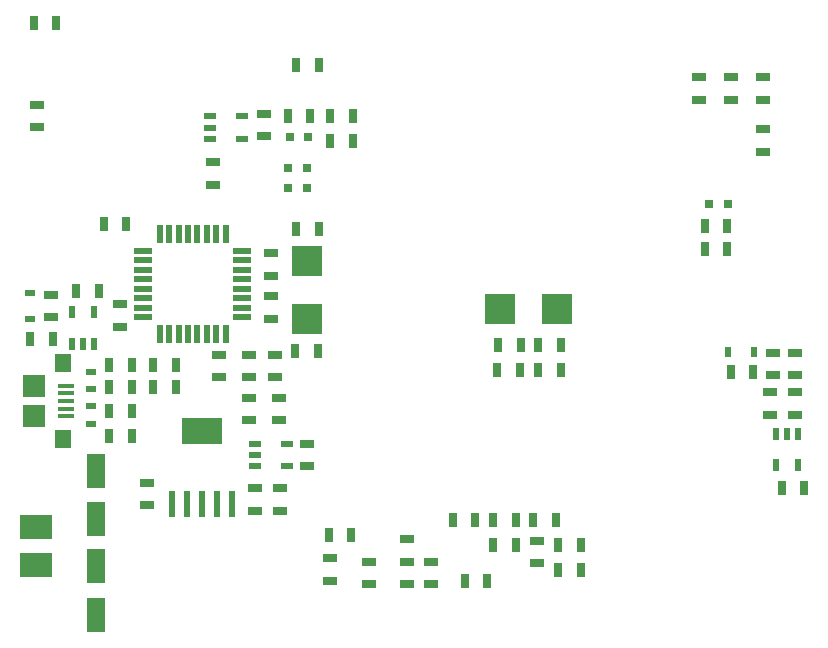
<source format=gtp>
G04 #@! TF.GenerationSoftware,KiCad,Pcbnew,(5.0.0-3-g5ebb6b6)*
G04 #@! TF.CreationDate,2018-09-25T22:11:26+10:00*
G04 #@! TF.ProjectId,arduinouno,61726475696E6F756E6F2E6B69636164,rev?*
G04 #@! TF.SameCoordinates,Original*
G04 #@! TF.FileFunction,Paste,Top*
G04 #@! TF.FilePolarity,Positive*
%FSLAX46Y46*%
G04 Gerber Fmt 4.6, Leading zero omitted, Abs format (unit mm)*
G04 Created by KiCad (PCBNEW (5.0.0-3-g5ebb6b6)) date Tuesday, 25 September 2018 at 10:11:26 PM*
%MOMM*%
%LPD*%
G01*
G04 APERTURE LIST*
%ADD10R,1.300000X0.700000*%
%ADD11R,2.600000X2.500000*%
%ADD12R,1.600000X3.000000*%
%ADD13R,0.700000X1.300000*%
%ADD14R,0.800000X0.800000*%
%ADD15R,0.830000X0.630000*%
%ADD16R,0.630000X0.830000*%
%ADD17R,1.900000X1.900000*%
%ADD18R,1.400000X1.600000*%
%ADD19R,1.350000X0.400000*%
%ADD20R,2.700000X2.000000*%
%ADD21R,0.550000X1.500000*%
%ADD22R,1.500000X0.550000*%
%ADD23R,3.500000X2.200000*%
%ADD24R,0.600000X2.200000*%
%ADD25R,1.100000X0.600000*%
%ADD26R,0.600000X1.100000*%
%ADD27R,2.500000X2.600000*%
%ADD28R,0.900000X0.600000*%
G04 APERTURE END LIST*
D10*
G04 #@! TO.C,C16*
X137200000Y-97650000D03*
X137200000Y-99550000D03*
G04 #@! TD*
D11*
G04 #@! TO.C,Y2*
X126700000Y-77100000D03*
X126700000Y-72200000D03*
G04 #@! TD*
D12*
G04 #@! TO.C,C1*
X108800000Y-89950000D03*
X108800000Y-94050000D03*
G04 #@! TD*
G04 #@! TO.C,C2*
X108800000Y-98050000D03*
X108800000Y-102150000D03*
G04 #@! TD*
D10*
G04 #@! TO.C,C3*
X124000000Y-80150000D03*
X124000000Y-82050000D03*
G04 #@! TD*
G04 #@! TO.C,C4*
X121800000Y-82050000D03*
X121800000Y-80150000D03*
G04 #@! TD*
G04 #@! TO.C,C5*
X123625000Y-71550000D03*
X123625000Y-73450000D03*
G04 #@! TD*
G04 #@! TO.C,C6*
X119250000Y-82050000D03*
X119250000Y-80150000D03*
G04 #@! TD*
D13*
G04 #@! TO.C,C7*
X113650000Y-81000000D03*
X115550000Y-81000000D03*
G04 #@! TD*
D10*
G04 #@! TO.C,C8*
X103800000Y-58950000D03*
X103800000Y-60850000D03*
G04 #@! TD*
D13*
G04 #@! TO.C,C9*
X125775000Y-69475000D03*
X127675000Y-69475000D03*
G04 #@! TD*
G04 #@! TO.C,C10*
X125675000Y-79800000D03*
X127575000Y-79800000D03*
G04 #@! TD*
D10*
G04 #@! TO.C,C11*
X165300000Y-56650000D03*
X165300000Y-58550000D03*
G04 #@! TD*
G04 #@! TO.C,C12*
X113100000Y-90950000D03*
X113100000Y-92850000D03*
G04 #@! TD*
G04 #@! TO.C,C13*
X122300000Y-91450000D03*
X122300000Y-93350000D03*
G04 #@! TD*
D13*
G04 #@! TO.C,C14*
X141950000Y-99300000D03*
X140050000Y-99300000D03*
G04 #@! TD*
D10*
G04 #@! TO.C,C15*
X131900000Y-97650000D03*
X131900000Y-99550000D03*
G04 #@! TD*
D13*
G04 #@! TO.C,C17*
X105450000Y-52000000D03*
X103550000Y-52000000D03*
G04 #@! TD*
G04 #@! TO.C,C19*
X147950000Y-96225000D03*
X149850000Y-96225000D03*
G04 #@! TD*
G04 #@! TO.C,C20*
X146250000Y-81400000D03*
X148150000Y-81400000D03*
G04 #@! TD*
G04 #@! TO.C,C21*
X127650000Y-55600000D03*
X125750000Y-55600000D03*
G04 #@! TD*
G04 #@! TO.C,C22*
X142450000Y-96200000D03*
X144350000Y-96200000D03*
G04 #@! TD*
G04 #@! TO.C,C23*
X142450000Y-94100000D03*
X144350000Y-94100000D03*
G04 #@! TD*
G04 #@! TO.C,C24*
X147750000Y-94100000D03*
X145850000Y-94100000D03*
G04 #@! TD*
G04 #@! TO.C,C25*
X146250000Y-79300000D03*
X148150000Y-79300000D03*
G04 #@! TD*
D10*
G04 #@! TO.C,C26*
X123000000Y-61650000D03*
X123000000Y-59750000D03*
G04 #@! TD*
D13*
G04 #@! TO.C,C27*
X144750000Y-79300000D03*
X142850000Y-79300000D03*
G04 #@! TD*
G04 #@! TO.C,C28*
X168750000Y-91400000D03*
X166850000Y-91400000D03*
G04 #@! TD*
D10*
G04 #@! TO.C,C29*
X124300000Y-83750000D03*
X124300000Y-85650000D03*
G04 #@! TD*
D13*
G04 #@! TO.C,C30*
X109050000Y-74750000D03*
X107150000Y-74750000D03*
G04 #@! TD*
G04 #@! TO.C,C31*
X111850000Y-81000000D03*
X109950000Y-81000000D03*
G04 #@! TD*
D10*
G04 #@! TO.C,C32*
X165900000Y-85200000D03*
X165900000Y-83300000D03*
G04 #@! TD*
G04 #@! TO.C,C33*
X124400000Y-91450000D03*
X124400000Y-93350000D03*
G04 #@! TD*
D13*
G04 #@! TO.C,C34*
X162250000Y-71200000D03*
X160350000Y-71200000D03*
G04 #@! TD*
D14*
G04 #@! TO.C,D1*
X160700000Y-67400000D03*
X162300000Y-67400000D03*
G04 #@! TD*
G04 #@! TO.C,D2*
X125200000Y-61700000D03*
X126800000Y-61700000D03*
G04 #@! TD*
G04 #@! TO.C,D3*
X125100000Y-64300000D03*
X126700000Y-64300000D03*
G04 #@! TD*
G04 #@! TO.C,D4*
X125100000Y-66000000D03*
X126700000Y-66000000D03*
G04 #@! TD*
D15*
G04 #@! TO.C,D5*
X103200000Y-77115000D03*
X103200000Y-74885000D03*
G04 #@! TD*
D16*
G04 #@! TO.C,D6*
X164515000Y-79900000D03*
X162285000Y-79900000D03*
G04 #@! TD*
D10*
G04 #@! TO.C,FB1*
X121800000Y-83750000D03*
X121800000Y-85650000D03*
G04 #@! TD*
D13*
G04 #@! TO.C,FB2*
X149850000Y-98325000D03*
X147950000Y-98325000D03*
G04 #@! TD*
D10*
G04 #@! TO.C,FB3*
X146150000Y-95900000D03*
X146150000Y-97800000D03*
G04 #@! TD*
D17*
G04 #@! TO.C,J7*
X103600000Y-85290000D03*
X103600000Y-82790000D03*
D18*
X106050000Y-87240000D03*
X106050000Y-80840000D03*
D19*
X106275000Y-85340000D03*
X106275000Y-84690000D03*
X106275000Y-82740000D03*
X106275000Y-83390000D03*
X106275000Y-84040000D03*
G04 #@! TD*
D20*
G04 #@! TO.C,L1*
X103700000Y-97900000D03*
X103700000Y-94700000D03*
G04 #@! TD*
D10*
G04 #@! TO.C,R1*
X118700000Y-65750000D03*
X118700000Y-63850000D03*
G04 #@! TD*
D13*
G04 #@! TO.C,R2*
X128650000Y-59900000D03*
X130550000Y-59900000D03*
G04 #@! TD*
G04 #@! TO.C,R3*
X128650000Y-62000000D03*
X130550000Y-62000000D03*
G04 #@! TD*
D10*
G04 #@! TO.C,R4*
X110800000Y-75850000D03*
X110800000Y-77750000D03*
G04 #@! TD*
D13*
G04 #@! TO.C,R5*
X109450000Y-69100000D03*
X111350000Y-69100000D03*
G04 #@! TD*
G04 #@! TO.C,R6*
X111850000Y-82900000D03*
X109950000Y-82900000D03*
G04 #@! TD*
G04 #@! TO.C,R7*
X111850000Y-84900000D03*
X109950000Y-84900000D03*
G04 #@! TD*
G04 #@! TO.C,R8*
X111850000Y-87000000D03*
X109950000Y-87000000D03*
G04 #@! TD*
D10*
G04 #@! TO.C,R9*
X123625000Y-77075000D03*
X123625000Y-75175000D03*
G04 #@! TD*
G04 #@! TO.C,R10*
X162600000Y-56650000D03*
X162600000Y-58550000D03*
G04 #@! TD*
G04 #@! TO.C,R11*
X159900000Y-56650000D03*
X159900000Y-58550000D03*
G04 #@! TD*
G04 #@! TO.C,R12*
X165300000Y-61050000D03*
X165300000Y-62950000D03*
G04 #@! TD*
D13*
G04 #@! TO.C,R13*
X139000000Y-94125000D03*
X140900000Y-94125000D03*
G04 #@! TD*
G04 #@! TO.C,R14*
X162550000Y-81600000D03*
X164450000Y-81600000D03*
G04 #@! TD*
G04 #@! TO.C,R15*
X126950000Y-59900000D03*
X125050000Y-59900000D03*
G04 #@! TD*
G04 #@! TO.C,R16*
X142800000Y-81400000D03*
X144700000Y-81400000D03*
G04 #@! TD*
G04 #@! TO.C,R17*
X162250000Y-69200000D03*
X160350000Y-69200000D03*
G04 #@! TD*
D10*
G04 #@! TO.C,R18*
X168000000Y-85200000D03*
X168000000Y-83300000D03*
G04 #@! TD*
G04 #@! TO.C,R19*
X105000000Y-76950000D03*
X105000000Y-75050000D03*
G04 #@! TD*
G04 #@! TO.C,R20*
X168000000Y-79950000D03*
X168000000Y-81850000D03*
G04 #@! TD*
G04 #@! TO.C,R21*
X128600000Y-97350000D03*
X128600000Y-99250000D03*
G04 #@! TD*
G04 #@! TO.C,R22*
X126700000Y-87650000D03*
X126700000Y-89550000D03*
G04 #@! TD*
D13*
G04 #@! TO.C,R23*
X105150000Y-78800000D03*
X103250000Y-78800000D03*
G04 #@! TD*
D10*
G04 #@! TO.C,R24*
X166100000Y-81850000D03*
X166100000Y-79950000D03*
G04 #@! TD*
D13*
G04 #@! TO.C,R25*
X128500000Y-95400000D03*
X130400000Y-95400000D03*
G04 #@! TD*
G04 #@! TO.C,R26*
X113650000Y-82900000D03*
X115550000Y-82900000D03*
G04 #@! TD*
D10*
G04 #@! TO.C,R27*
X135100000Y-97650000D03*
X135100000Y-95750000D03*
G04 #@! TD*
G04 #@! TO.C,R28*
X135100000Y-99550000D03*
X135100000Y-97650000D03*
G04 #@! TD*
D21*
G04 #@! TO.C,U2*
X119800000Y-78340000D03*
X119000000Y-78340000D03*
X118200000Y-78340000D03*
X117400000Y-78340000D03*
X116600000Y-78340000D03*
X115800000Y-78340000D03*
X115000000Y-78340000D03*
X114200000Y-78340000D03*
D22*
X112800000Y-76940000D03*
X112800000Y-76140000D03*
X112800000Y-75340000D03*
X112800000Y-74540000D03*
X112800000Y-73740000D03*
X112800000Y-72940000D03*
X112800000Y-72140000D03*
X112800000Y-71340000D03*
D21*
X114200000Y-69940000D03*
X115000000Y-69940000D03*
X115800000Y-69940000D03*
X116600000Y-69940000D03*
X117400000Y-69940000D03*
X118200000Y-69940000D03*
X119000000Y-69940000D03*
X119800000Y-69940000D03*
D22*
X121200000Y-71340000D03*
X121200000Y-72140000D03*
X121200000Y-72940000D03*
X121200000Y-73740000D03*
X121200000Y-74540000D03*
X121200000Y-75340000D03*
X121200000Y-76140000D03*
X121200000Y-76940000D03*
G04 #@! TD*
D23*
G04 #@! TO.C,U3*
X117800000Y-86550000D03*
D24*
X120340000Y-92750000D03*
X119070000Y-92750000D03*
X115260000Y-92750000D03*
X116530000Y-92750000D03*
X117800000Y-92750000D03*
G04 #@! TD*
D25*
G04 #@! TO.C,U4*
X118450000Y-61850000D03*
X121150000Y-61850000D03*
X118450000Y-60900000D03*
X118450000Y-59950000D03*
X121150000Y-59950000D03*
G04 #@! TD*
D26*
G04 #@! TO.C,U5*
X108650000Y-79250000D03*
X108650000Y-76550000D03*
X107700000Y-79250000D03*
X106750000Y-79250000D03*
X106750000Y-76550000D03*
G04 #@! TD*
G04 #@! TO.C,U6*
X166350000Y-86800000D03*
X166350000Y-89500000D03*
X167300000Y-86800000D03*
X168250000Y-86800000D03*
X168250000Y-89500000D03*
G04 #@! TD*
D25*
G04 #@! TO.C,U7*
X122250000Y-89550000D03*
X124950000Y-89550000D03*
X122250000Y-88600000D03*
X122250000Y-87650000D03*
X124950000Y-87650000D03*
G04 #@! TD*
D27*
G04 #@! TO.C,Y1*
X142975000Y-76225000D03*
X147875000Y-76225000D03*
G04 #@! TD*
D28*
G04 #@! TO.C,Z1*
X108350000Y-83050000D03*
X108350000Y-81550000D03*
G04 #@! TD*
G04 #@! TO.C,Z2*
X108350000Y-84500000D03*
X108350000Y-86000000D03*
G04 #@! TD*
M02*

</source>
